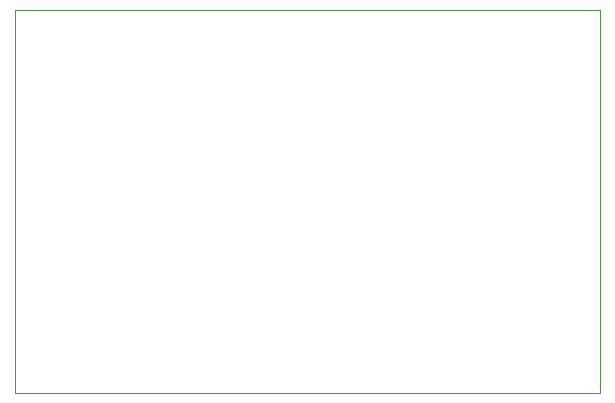
<source format=gm1>
G04 #@! TF.GenerationSoftware,KiCad,Pcbnew,(5.1.10-1-10_14)*
G04 #@! TF.CreationDate,2021-12-18T09:27:52-08:00*
G04 #@! TF.ProjectId,qiroll PAS digital logic,7169726f-6c6c-4205-9041-532064696769,rev?*
G04 #@! TF.SameCoordinates,Original*
G04 #@! TF.FileFunction,Profile,NP*
%FSLAX46Y46*%
G04 Gerber Fmt 4.6, Leading zero omitted, Abs format (unit mm)*
G04 Created by KiCad (PCBNEW (5.1.10-1-10_14)) date 2021-12-18 09:27:52*
%MOMM*%
%LPD*%
G01*
G04 APERTURE LIST*
G04 #@! TA.AperFunction,Profile*
%ADD10C,0.100000*%
G04 #@! TD*
G04 APERTURE END LIST*
D10*
X161290000Y-93980000D02*
X161290000Y-126365000D01*
X111760000Y-93980000D02*
X161290000Y-93980000D01*
X111760000Y-126365000D02*
X111760000Y-93980000D01*
X161290000Y-126365000D02*
X111760000Y-126365000D01*
M02*

</source>
